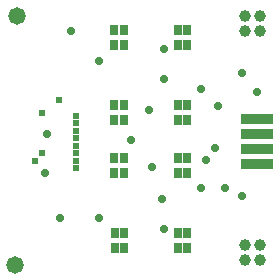
<source format=gbs>
%FSLAX25Y25*%
%MOIN*%
G70*
G01*
G75*
%ADD10C,0.01000*%
%ADD11R,0.02800X0.01500*%
%ADD12R,0.03150X0.03150*%
%ADD13R,0.03150X0.03150*%
%ADD14R,0.02300X0.03000*%
%ADD15R,0.05906X0.02362*%
%ADD16R,0.10000X0.03000*%
%ADD17C,0.02000*%
%ADD18C,0.01500*%
%ADD19C,0.03150*%
%ADD20C,0.03150*%
%ADD21C,0.02000*%
%ADD22C,0.01600*%
%ADD23C,0.05000*%
%ADD24C,0.00800*%
%ADD25C,0.01200*%
%ADD26C,0.00787*%
%ADD27C,0.00984*%
%ADD28R,0.17000X0.22638*%
%ADD29R,0.03600X0.02300*%
%ADD30R,0.03950X0.03950*%
%ADD31R,0.03950X0.03950*%
%ADD32R,0.03100X0.03800*%
%ADD33R,0.06706X0.03162*%
%ADD34R,0.10800X0.03800*%
%ADD35C,0.03950*%
%ADD36C,0.03950*%
%ADD37C,0.02800*%
%ADD38C,0.02400*%
%ADD39C,0.05800*%
D32*
X143600Y484200D02*
D03*
Y489200D02*
D03*
X164800Y464200D02*
D03*
Y459200D02*
D03*
X161600Y464200D02*
D03*
Y459200D02*
D03*
X164800Y484200D02*
D03*
Y489200D02*
D03*
X161600Y484200D02*
D03*
Y489200D02*
D03*
X140500Y464200D02*
D03*
Y459200D02*
D03*
X143600Y464200D02*
D03*
Y459200D02*
D03*
X140300Y484200D02*
D03*
Y489200D02*
D03*
X143560Y421400D02*
D03*
Y416400D02*
D03*
X161660Y421400D02*
D03*
Y416400D02*
D03*
Y441500D02*
D03*
Y446500D02*
D03*
X143560Y441500D02*
D03*
Y446500D02*
D03*
X164760Y421400D02*
D03*
Y416400D02*
D03*
X164860Y441500D02*
D03*
Y446500D02*
D03*
X140460Y441500D02*
D03*
Y446500D02*
D03*
X140560Y421500D02*
D03*
Y416500D02*
D03*
D34*
X188200Y444700D02*
D03*
Y449700D02*
D03*
Y454700D02*
D03*
Y459700D02*
D03*
D35*
X184000Y417500D02*
D03*
Y494000D02*
D03*
D36*
X189000Y417500D02*
D03*
X184000Y412500D02*
D03*
X189000D02*
D03*
Y494000D02*
D03*
X184000Y489000D02*
D03*
X189000D02*
D03*
D37*
X177500Y436500D02*
D03*
X188000Y468500D02*
D03*
X161660Y446500D02*
D03*
Y441500D02*
D03*
Y416400D02*
D03*
Y421400D02*
D03*
X143560Y416400D02*
D03*
Y421400D02*
D03*
Y441500D02*
D03*
Y446500D02*
D03*
X143600Y464200D02*
D03*
Y489200D02*
D03*
Y484200D02*
D03*
Y459200D02*
D03*
X161600D02*
D03*
Y464200D02*
D03*
Y489200D02*
D03*
Y484200D02*
D03*
X175000Y464000D02*
D03*
X117500Y441500D02*
D03*
X135500Y426500D02*
D03*
X122500Y426405D02*
D03*
X135500Y479000D02*
D03*
X126000Y489000D02*
D03*
X118000Y454500D02*
D03*
X174000Y450000D02*
D03*
X169500Y469500D02*
D03*
Y436500D02*
D03*
X152000Y462500D02*
D03*
X153000Y443500D02*
D03*
X157000Y483000D02*
D03*
Y473000D02*
D03*
X146000Y452500D02*
D03*
X156500Y433000D02*
D03*
X157000Y423000D02*
D03*
X183000Y475000D02*
D03*
Y434000D02*
D03*
X171000Y446000D02*
D03*
D38*
X127800Y460700D02*
D03*
X127700Y458200D02*
D03*
X127800Y455700D02*
D03*
Y453200D02*
D03*
X127700Y450700D02*
D03*
Y448200D02*
D03*
Y445700D02*
D03*
Y443200D02*
D03*
X116500Y461500D02*
D03*
X114000Y445700D02*
D03*
X122200Y466000D02*
D03*
X116500Y448200D02*
D03*
D39*
X107500Y411000D02*
D03*
X108000Y494000D02*
D03*
M02*

</source>
